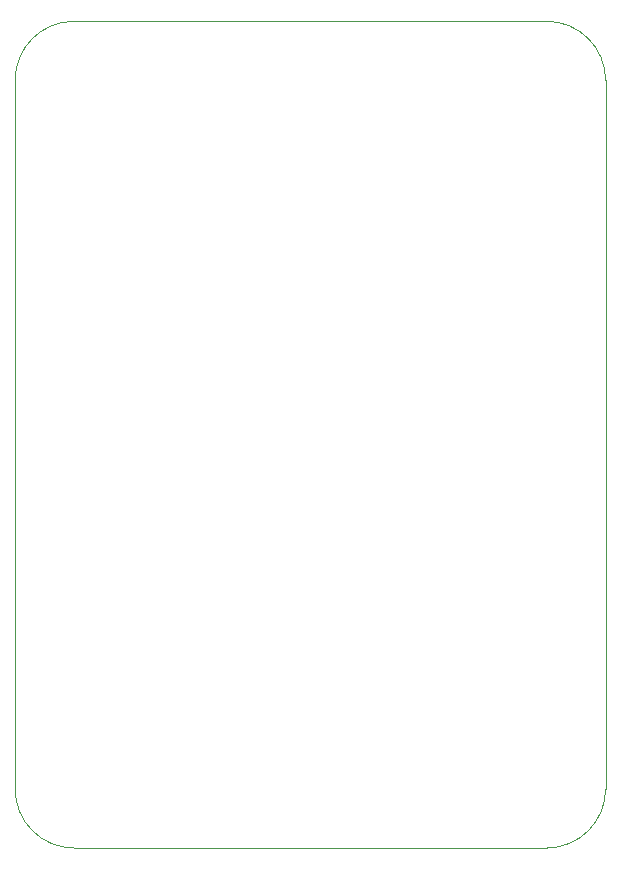
<source format=gbr>
%TF.GenerationSoftware,KiCad,Pcbnew,(5.1.5-0-10_14)*%
%TF.CreationDate,2021-01-02T15:40:46-05:00*%
%TF.ProjectId,E90,4539302e-6b69-4636-9164-5f7063625858,rev?*%
%TF.SameCoordinates,Original*%
%TF.FileFunction,Profile,NP*%
%FSLAX46Y46*%
G04 Gerber Fmt 4.6, Leading zero omitted, Abs format (unit mm)*
G04 Created by KiCad (PCBNEW (5.1.5-0-10_14)) date 2021-01-02 15:40:46*
%MOMM*%
%LPD*%
G04 APERTURE LIST*
%TA.AperFunction,Profile*%
%ADD10C,0.050000*%
%TD*%
G04 APERTURE END LIST*
D10*
X50000000Y-55000000D02*
G75*
G02X55000000Y-50000000I5000000J0D01*
G01*
X95000000Y-50000000D02*
G75*
G02X100000000Y-55000000I0J-5000000D01*
G01*
X55000000Y-120000000D02*
G75*
G02X50000000Y-115000000I0J5000000D01*
G01*
X100000000Y-115000000D02*
G75*
G02X95000000Y-120000000I-5000000J0D01*
G01*
X100000000Y-55000000D02*
X100000000Y-115000000D01*
X95000000Y-50000000D02*
X95000000Y-50000000D01*
X55000000Y-120000000D02*
X95000000Y-120000000D01*
X50000000Y-115000000D02*
X50000000Y-110000000D01*
X55000000Y-50000000D02*
X95000000Y-50000000D01*
X50000000Y-110000000D02*
X50000000Y-55000000D01*
M02*

</source>
